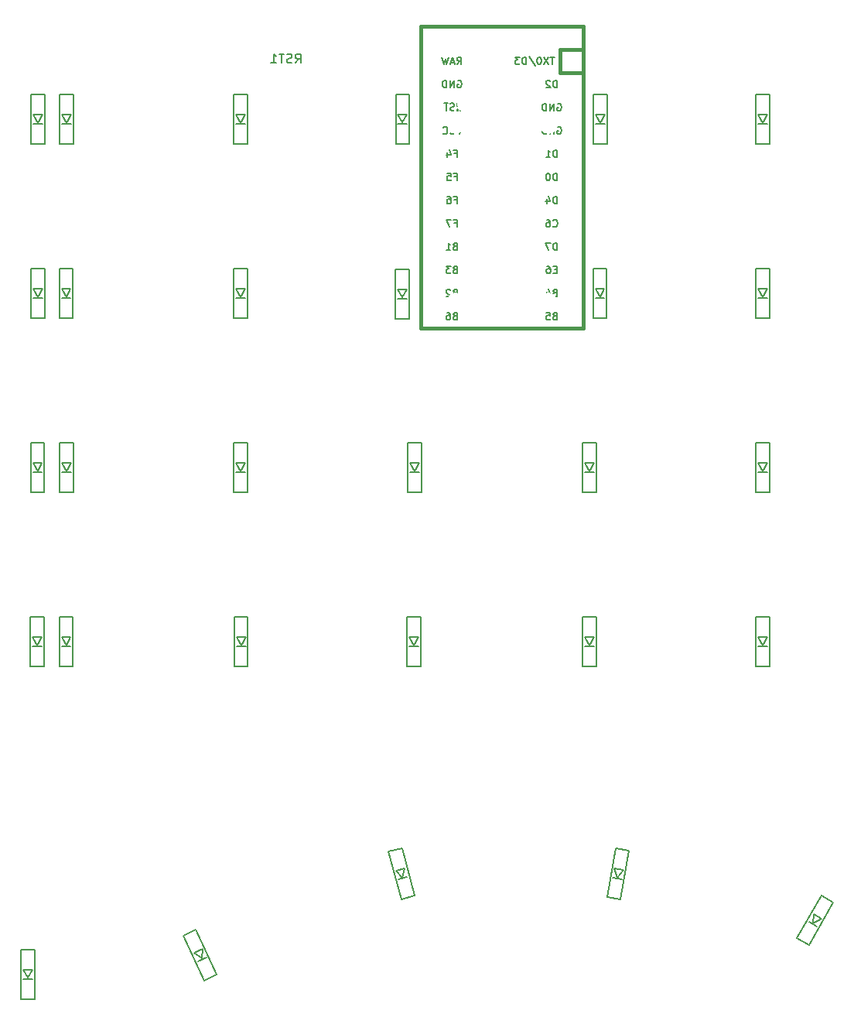
<source format=gbo>
%TF.GenerationSoftware,KiCad,Pcbnew,5.1.10-88a1d61d58~90~ubuntu20.04.1*%
%TF.CreationDate,2021-08-25T16:01:02+02:00*%
%TF.ProjectId,knuckle-pad,6b6e7563-6b6c-4652-9d70-61642e6b6963,rev?*%
%TF.SameCoordinates,Original*%
%TF.FileFunction,Legend,Bot*%
%TF.FilePolarity,Positive*%
%FSLAX46Y46*%
G04 Gerber Fmt 4.6, Leading zero omitted, Abs format (unit mm)*
G04 Created by KiCad (PCBNEW 5.1.10-88a1d61d58~90~ubuntu20.04.1) date 2021-08-25 16:01:02*
%MOMM*%
%LPD*%
G01*
G04 APERTURE LIST*
%ADD10C,0.381000*%
%ADD11C,0.150000*%
%ADD12C,2.250000*%
%ADD13C,3.987800*%
%ADD14C,1.750000*%
%ADD15C,4.000000*%
%ADD16C,1.752600*%
%ADD17R,1.752600X1.752600*%
%ADD18C,2.000000*%
%ADD19C,0.100000*%
%ADD20C,1.397000*%
%ADD21R,0.950000X1.300000*%
%ADD22R,1.397000X1.397000*%
G04 APERTURE END LIST*
D10*
%TO.C,U1*%
X159258000Y-35052000D02*
X161798000Y-35052000D01*
X161798000Y-32512000D02*
X161798000Y-35052000D01*
X144018000Y-32512000D02*
X161798000Y-32512000D01*
X144018000Y-35052000D02*
X144018000Y-32512000D01*
D11*
G36*
X147976432Y-41531360D02*
G01*
X147976432Y-41731360D01*
X148076432Y-41731360D01*
X148076432Y-41531360D01*
X147976432Y-41531360D01*
G37*
X147976432Y-41531360D02*
X147976432Y-41731360D01*
X148076432Y-41731360D01*
X148076432Y-41531360D01*
X147976432Y-41531360D01*
G36*
X148376432Y-40931360D02*
G01*
X148376432Y-41731360D01*
X148476432Y-41731360D01*
X148476432Y-40931360D01*
X148376432Y-40931360D01*
G37*
X148376432Y-40931360D02*
X148376432Y-41731360D01*
X148476432Y-41731360D01*
X148476432Y-40931360D01*
X148376432Y-40931360D01*
G36*
X147976432Y-40931360D02*
G01*
X147976432Y-41031360D01*
X148476432Y-41031360D01*
X148476432Y-40931360D01*
X147976432Y-40931360D01*
G37*
X147976432Y-40931360D02*
X147976432Y-41031360D01*
X148476432Y-41031360D01*
X148476432Y-40931360D01*
X147976432Y-40931360D01*
G36*
X148176432Y-41331360D02*
G01*
X148176432Y-41431360D01*
X148276432Y-41431360D01*
X148276432Y-41331360D01*
X148176432Y-41331360D01*
G37*
X148176432Y-41331360D02*
X148176432Y-41431360D01*
X148276432Y-41431360D01*
X148276432Y-41331360D01*
X148176432Y-41331360D01*
G36*
X147976432Y-40931360D02*
G01*
X147976432Y-41231360D01*
X148076432Y-41231360D01*
X148076432Y-40931360D01*
X147976432Y-40931360D01*
G37*
X147976432Y-40931360D02*
X147976432Y-41231360D01*
X148076432Y-41231360D01*
X148076432Y-40931360D01*
X147976432Y-40931360D01*
D10*
X159258000Y-37592000D02*
X161798000Y-37592000D01*
X159258000Y-35052000D02*
X159258000Y-37592000D01*
X144018000Y-65532000D02*
X144018000Y-35052000D01*
X161798000Y-65532000D02*
X144018000Y-65532000D01*
X161798000Y-35052000D02*
X161798000Y-65532000D01*
D11*
%TO.C,D29*%
X187898481Y-127588731D02*
X189197519Y-128338731D01*
X185198481Y-132265269D02*
X187898481Y-127588731D01*
X186497519Y-133015269D02*
X185198481Y-132265269D01*
X189197519Y-128338731D02*
X186497519Y-133015269D01*
X187381013Y-130985013D02*
X186514987Y-130485013D01*
X187014987Y-129618987D02*
X186998000Y-130648410D01*
X187881013Y-130118987D02*
X187014987Y-129618987D01*
X186998000Y-130648410D02*
X187881013Y-130118987D01*
%TO.C,D28*%
X180682200Y-97122000D02*
X182182200Y-97122000D01*
X180682200Y-102522000D02*
X180682200Y-97122000D01*
X182182200Y-102522000D02*
X180682200Y-102522000D01*
X182182200Y-97122000D02*
X182182200Y-102522000D01*
X181932200Y-100322000D02*
X180932200Y-100322000D01*
X180932200Y-99322000D02*
X181432200Y-100222000D01*
X181932200Y-99322000D02*
X180932200Y-99322000D01*
X181432200Y-100222000D02*
X181932200Y-99322000D01*
%TO.C,D27*%
X180733000Y-78078000D02*
X182233000Y-78078000D01*
X180733000Y-83478000D02*
X180733000Y-78078000D01*
X182233000Y-83478000D02*
X180733000Y-83478000D01*
X182233000Y-78078000D02*
X182233000Y-83478000D01*
X181983000Y-81278000D02*
X180983000Y-81278000D01*
X180983000Y-80278000D02*
X181483000Y-81178000D01*
X181983000Y-80278000D02*
X180983000Y-80278000D01*
X181483000Y-81178000D02*
X181983000Y-80278000D01*
%TO.C,D26*%
X180733000Y-59022000D02*
X182233000Y-59022000D01*
X180733000Y-64422000D02*
X180733000Y-59022000D01*
X182233000Y-64422000D02*
X180733000Y-64422000D01*
X182233000Y-59022000D02*
X182233000Y-64422000D01*
X181983000Y-62222000D02*
X180983000Y-62222000D01*
X180983000Y-61222000D02*
X181483000Y-62122000D01*
X181983000Y-61222000D02*
X180983000Y-61222000D01*
X181483000Y-62122000D02*
X181983000Y-61222000D01*
%TO.C,D25*%
X180733000Y-39972000D02*
X182233000Y-39972000D01*
X180733000Y-45372000D02*
X180733000Y-39972000D01*
X182233000Y-45372000D02*
X180733000Y-45372000D01*
X182233000Y-39972000D02*
X182233000Y-45372000D01*
X181983000Y-43172000D02*
X180983000Y-43172000D01*
X180983000Y-42172000D02*
X181483000Y-43072000D01*
X181983000Y-42172000D02*
X180983000Y-42172000D01*
X181483000Y-43072000D02*
X181983000Y-42172000D01*
%TO.C,D24*%
X165338244Y-122432783D02*
X166815456Y-122693255D01*
X164400544Y-127750745D02*
X165338244Y-122432783D01*
X165877756Y-128011217D02*
X164400544Y-127750745D01*
X166815456Y-122693255D02*
X165877756Y-128011217D01*
X166013580Y-125801228D02*
X165028772Y-125627580D01*
X165202420Y-124642772D02*
X165538541Y-125615923D01*
X166187228Y-124816420D02*
X165202420Y-124642772D01*
X165538541Y-125615923D02*
X166187228Y-124816420D01*
%TO.C,D23*%
X161759200Y-97125000D02*
X163259200Y-97125000D01*
X161759200Y-102525000D02*
X161759200Y-97125000D01*
X163259200Y-102525000D02*
X161759200Y-102525000D01*
X163259200Y-97125000D02*
X163259200Y-102525000D01*
X163009200Y-100325000D02*
X162009200Y-100325000D01*
X162009200Y-99325000D02*
X162509200Y-100225000D01*
X163009200Y-99325000D02*
X162009200Y-99325000D01*
X162509200Y-100225000D02*
X163009200Y-99325000D01*
%TO.C,D22*%
X161759200Y-78078000D02*
X163259200Y-78078000D01*
X161759200Y-83478000D02*
X161759200Y-78078000D01*
X163259200Y-83478000D02*
X161759200Y-83478000D01*
X163259200Y-78078000D02*
X163259200Y-83478000D01*
X163009200Y-81278000D02*
X162009200Y-81278000D01*
X162009200Y-80278000D02*
X162509200Y-81178000D01*
X163009200Y-80278000D02*
X162009200Y-80278000D01*
X162509200Y-81178000D02*
X163009200Y-80278000D01*
%TO.C,D21*%
X162889500Y-59022000D02*
X164389500Y-59022000D01*
X162889500Y-64422000D02*
X162889500Y-59022000D01*
X164389500Y-64422000D02*
X162889500Y-64422000D01*
X164389500Y-59022000D02*
X164389500Y-64422000D01*
X164139500Y-62222000D02*
X163139500Y-62222000D01*
X163139500Y-61222000D02*
X163639500Y-62122000D01*
X164139500Y-61222000D02*
X163139500Y-61222000D01*
X163639500Y-62122000D02*
X164139500Y-61222000D01*
%TO.C,D20*%
X162953000Y-39972000D02*
X164453000Y-39972000D01*
X162953000Y-45372000D02*
X162953000Y-39972000D01*
X164453000Y-45372000D02*
X162953000Y-45372000D01*
X164453000Y-39972000D02*
X164453000Y-45372000D01*
X164203000Y-43172000D02*
X163203000Y-43172000D01*
X163203000Y-42172000D02*
X163703000Y-43072000D01*
X164203000Y-42172000D02*
X163203000Y-42172000D01*
X163703000Y-43072000D02*
X164203000Y-42172000D01*
%TO.C,D19*%
X140514148Y-122808115D02*
X141963037Y-122419886D01*
X141911771Y-128024114D02*
X140514148Y-122808115D01*
X143360660Y-127635885D02*
X141911771Y-128024114D01*
X141963037Y-122419886D02*
X143360660Y-127635885D01*
X142549776Y-125575553D02*
X141583851Y-125834372D01*
X141325032Y-124868447D02*
X142040932Y-125608370D01*
X142290957Y-124609628D02*
X141325032Y-124868447D01*
X142040932Y-125608370D02*
X142290957Y-124609628D01*
%TO.C,D18*%
X142506000Y-97125000D02*
X144006000Y-97125000D01*
X142506000Y-102525000D02*
X142506000Y-97125000D01*
X144006000Y-102525000D02*
X142506000Y-102525000D01*
X144006000Y-97125000D02*
X144006000Y-102525000D01*
X143756000Y-100325000D02*
X142756000Y-100325000D01*
X142756000Y-99325000D02*
X143256000Y-100225000D01*
X143756000Y-99325000D02*
X142756000Y-99325000D01*
X143256000Y-100225000D02*
X143756000Y-99325000D01*
%TO.C,D17*%
X142633000Y-78078000D02*
X144133000Y-78078000D01*
X142633000Y-83478000D02*
X142633000Y-78078000D01*
X144133000Y-83478000D02*
X142633000Y-83478000D01*
X144133000Y-78078000D02*
X144133000Y-83478000D01*
X143883000Y-81278000D02*
X142883000Y-81278000D01*
X142883000Y-80278000D02*
X143383000Y-81178000D01*
X143883000Y-80278000D02*
X142883000Y-80278000D01*
X143383000Y-81178000D02*
X143883000Y-80278000D01*
%TO.C,D16*%
X141236000Y-59085500D02*
X142736000Y-59085500D01*
X141236000Y-64485500D02*
X141236000Y-59085500D01*
X142736000Y-64485500D02*
X141236000Y-64485500D01*
X142736000Y-59085500D02*
X142736000Y-64485500D01*
X142486000Y-62285500D02*
X141486000Y-62285500D01*
X141486000Y-61285500D02*
X141986000Y-62185500D01*
X142486000Y-61285500D02*
X141486000Y-61285500D01*
X141986000Y-62185500D02*
X142486000Y-61285500D01*
%TO.C,D15*%
X141286800Y-39949600D02*
X142786800Y-39949600D01*
X141286800Y-45349600D02*
X141286800Y-39949600D01*
X142786800Y-45349600D02*
X141286800Y-45349600D01*
X142786800Y-39949600D02*
X142786800Y-45349600D01*
X142536800Y-43149600D02*
X141536800Y-43149600D01*
X141536800Y-42149600D02*
X142036800Y-43049600D01*
X142536800Y-42149600D02*
X141536800Y-42149600D01*
X142036800Y-43049600D02*
X142536800Y-42149600D01*
%TO.C,D14*%
X118067200Y-131981933D02*
X119426662Y-131348005D01*
X120349338Y-136875995D02*
X118067200Y-131981933D01*
X121708800Y-136242067D02*
X120349338Y-136875995D01*
X119426662Y-131348005D02*
X121708800Y-136242067D01*
X120552463Y-134353845D02*
X119646155Y-134776463D01*
X119223537Y-133870155D02*
X120057047Y-134474523D01*
X120129845Y-133447537D02*
X119223537Y-133870155D01*
X120057047Y-134474523D02*
X120129845Y-133447537D01*
%TO.C,D13*%
X123608400Y-97122000D02*
X125108400Y-97122000D01*
X123608400Y-102522000D02*
X123608400Y-97122000D01*
X125108400Y-102522000D02*
X123608400Y-102522000D01*
X125108400Y-97122000D02*
X125108400Y-102522000D01*
X124858400Y-100322000D02*
X123858400Y-100322000D01*
X123858400Y-99322000D02*
X124358400Y-100222000D01*
X124858400Y-99322000D02*
X123858400Y-99322000D01*
X124358400Y-100222000D02*
X124858400Y-99322000D01*
%TO.C,D12*%
X123583000Y-78078000D02*
X125083000Y-78078000D01*
X123583000Y-83478000D02*
X123583000Y-78078000D01*
X125083000Y-83478000D02*
X123583000Y-83478000D01*
X125083000Y-78078000D02*
X125083000Y-83478000D01*
X124833000Y-81278000D02*
X123833000Y-81278000D01*
X123833000Y-80278000D02*
X124333000Y-81178000D01*
X124833000Y-80278000D02*
X123833000Y-80278000D01*
X124333000Y-81178000D02*
X124833000Y-80278000D01*
%TO.C,D11*%
X123583000Y-59022000D02*
X125083000Y-59022000D01*
X123583000Y-64422000D02*
X123583000Y-59022000D01*
X125083000Y-64422000D02*
X123583000Y-64422000D01*
X125083000Y-59022000D02*
X125083000Y-64422000D01*
X124833000Y-62222000D02*
X123833000Y-62222000D01*
X123833000Y-61222000D02*
X124333000Y-62122000D01*
X124833000Y-61222000D02*
X123833000Y-61222000D01*
X124333000Y-62122000D02*
X124833000Y-61222000D01*
%TO.C,D10*%
X123557600Y-39972000D02*
X125057600Y-39972000D01*
X123557600Y-45372000D02*
X123557600Y-39972000D01*
X125057600Y-45372000D02*
X123557600Y-45372000D01*
X125057600Y-39972000D02*
X125057600Y-45372000D01*
X124807600Y-43172000D02*
X123807600Y-43172000D01*
X123807600Y-42172000D02*
X124307600Y-43072000D01*
X124807600Y-42172000D02*
X123807600Y-42172000D01*
X124307600Y-43072000D02*
X124807600Y-42172000D01*
%TO.C,D9*%
X104469500Y-97128000D02*
X105969500Y-97128000D01*
X104469500Y-102528000D02*
X104469500Y-97128000D01*
X105969500Y-102528000D02*
X104469500Y-102528000D01*
X105969500Y-97128000D02*
X105969500Y-102528000D01*
X105719500Y-100328000D02*
X104719500Y-100328000D01*
X104719500Y-99328000D02*
X105219500Y-100228000D01*
X105719500Y-99328000D02*
X104719500Y-99328000D01*
X105219500Y-100228000D02*
X105719500Y-99328000D01*
%TO.C,D8*%
X104533000Y-78078000D02*
X106033000Y-78078000D01*
X104533000Y-83478000D02*
X104533000Y-78078000D01*
X106033000Y-83478000D02*
X104533000Y-83478000D01*
X106033000Y-78078000D02*
X106033000Y-83478000D01*
X105783000Y-81278000D02*
X104783000Y-81278000D01*
X104783000Y-80278000D02*
X105283000Y-81178000D01*
X105783000Y-80278000D02*
X104783000Y-80278000D01*
X105283000Y-81178000D02*
X105783000Y-80278000D01*
%TO.C,D7*%
X104469500Y-59022000D02*
X105969500Y-59022000D01*
X104469500Y-64422000D02*
X104469500Y-59022000D01*
X105969500Y-64422000D02*
X104469500Y-64422000D01*
X105969500Y-59022000D02*
X105969500Y-64422000D01*
X105719500Y-62222000D02*
X104719500Y-62222000D01*
X104719500Y-61222000D02*
X105219500Y-62122000D01*
X105719500Y-61222000D02*
X104719500Y-61222000D01*
X105219500Y-62122000D02*
X105719500Y-61222000D01*
%TO.C,D6*%
X104507600Y-39972000D02*
X106007600Y-39972000D01*
X104507600Y-45372000D02*
X104507600Y-39972000D01*
X106007600Y-45372000D02*
X104507600Y-45372000D01*
X106007600Y-39972000D02*
X106007600Y-45372000D01*
X105757600Y-43172000D02*
X104757600Y-43172000D01*
X104757600Y-42172000D02*
X105257600Y-43072000D01*
X105757600Y-42172000D02*
X104757600Y-42172000D01*
X105257600Y-43072000D02*
X105757600Y-42172000D01*
%TO.C,D5*%
X100278500Y-133507500D02*
X101778500Y-133507500D01*
X100278500Y-138907500D02*
X100278500Y-133507500D01*
X101778500Y-138907500D02*
X100278500Y-138907500D01*
X101778500Y-133507500D02*
X101778500Y-138907500D01*
X101528500Y-136707500D02*
X100528500Y-136707500D01*
X100528500Y-135707500D02*
X101028500Y-136607500D01*
X101528500Y-135707500D02*
X100528500Y-135707500D01*
X101028500Y-136607500D02*
X101528500Y-135707500D01*
%TO.C,D4*%
X101281800Y-97122000D02*
X102781800Y-97122000D01*
X101281800Y-102522000D02*
X101281800Y-97122000D01*
X102781800Y-102522000D02*
X101281800Y-102522000D01*
X102781800Y-97122000D02*
X102781800Y-102522000D01*
X102531800Y-100322000D02*
X101531800Y-100322000D01*
X101531800Y-99322000D02*
X102031800Y-100222000D01*
X102531800Y-99322000D02*
X101531800Y-99322000D01*
X102031800Y-100222000D02*
X102531800Y-99322000D01*
%TO.C,D3*%
X101332600Y-78072000D02*
X102832600Y-78072000D01*
X101332600Y-83472000D02*
X101332600Y-78072000D01*
X102832600Y-83472000D02*
X101332600Y-83472000D01*
X102832600Y-78072000D02*
X102832600Y-83472000D01*
X102582600Y-81272000D02*
X101582600Y-81272000D01*
X101582600Y-80272000D02*
X102082600Y-81172000D01*
X102582600Y-80272000D02*
X101582600Y-80272000D01*
X102082600Y-81172000D02*
X102582600Y-80272000D01*
%TO.C,D2*%
X101358000Y-59022000D02*
X102858000Y-59022000D01*
X101358000Y-64422000D02*
X101358000Y-59022000D01*
X102858000Y-64422000D02*
X101358000Y-64422000D01*
X102858000Y-59022000D02*
X102858000Y-64422000D01*
X102608000Y-62222000D02*
X101608000Y-62222000D01*
X101608000Y-61222000D02*
X102108000Y-62122000D01*
X102608000Y-61222000D02*
X101608000Y-61222000D01*
X102108000Y-62122000D02*
X102608000Y-61222000D01*
%TO.C,D1*%
X102108000Y-43072000D02*
X102608000Y-42172000D01*
X102608000Y-42172000D02*
X101608000Y-42172000D01*
X101608000Y-42172000D02*
X102108000Y-43072000D01*
X102608000Y-43172000D02*
X101608000Y-43172000D01*
X102858000Y-39972000D02*
X102858000Y-45372000D01*
X102858000Y-45372000D02*
X101358000Y-45372000D01*
X101358000Y-45372000D02*
X101358000Y-39972000D01*
X101358000Y-39972000D02*
X102858000Y-39972000D01*
%TO.C,U1*%
X158670348Y-35883904D02*
X158213205Y-35883904D01*
X158441776Y-36683904D02*
X158441776Y-35883904D01*
X158022729Y-35883904D02*
X157489395Y-36683904D01*
X157489395Y-35883904D02*
X158022729Y-36683904D01*
X157032252Y-35883904D02*
X156956062Y-35883904D01*
X156879872Y-35922000D01*
X156841776Y-35960095D01*
X156803681Y-36036285D01*
X156765586Y-36188666D01*
X156765586Y-36379142D01*
X156803681Y-36531523D01*
X156841776Y-36607714D01*
X156879872Y-36645809D01*
X156956062Y-36683904D01*
X157032252Y-36683904D01*
X157108443Y-36645809D01*
X157146538Y-36607714D01*
X157184633Y-36531523D01*
X157222729Y-36379142D01*
X157222729Y-36188666D01*
X157184633Y-36036285D01*
X157146538Y-35960095D01*
X157108443Y-35922000D01*
X157032252Y-35883904D01*
X155851300Y-35845809D02*
X156537014Y-36874380D01*
X155584633Y-36683904D02*
X155584633Y-35883904D01*
X155394157Y-35883904D01*
X155279872Y-35922000D01*
X155203681Y-35998190D01*
X155165586Y-36074380D01*
X155127491Y-36226761D01*
X155127491Y-36341047D01*
X155165586Y-36493428D01*
X155203681Y-36569619D01*
X155279872Y-36645809D01*
X155394157Y-36683904D01*
X155584633Y-36683904D01*
X154860824Y-35883904D02*
X154365586Y-35883904D01*
X154632252Y-36188666D01*
X154517967Y-36188666D01*
X154441776Y-36226761D01*
X154403681Y-36264857D01*
X154365586Y-36341047D01*
X154365586Y-36531523D01*
X154403681Y-36607714D01*
X154441776Y-36645809D01*
X154517967Y-36683904D01*
X154746538Y-36683904D01*
X154822729Y-36645809D01*
X154860824Y-36607714D01*
X158959476Y-39223904D02*
X158959476Y-38423904D01*
X158769000Y-38423904D01*
X158654714Y-38462000D01*
X158578523Y-38538190D01*
X158540428Y-38614380D01*
X158502333Y-38766761D01*
X158502333Y-38881047D01*
X158540428Y-39033428D01*
X158578523Y-39109619D01*
X158654714Y-39185809D01*
X158769000Y-39223904D01*
X158959476Y-39223904D01*
X158197571Y-38500095D02*
X158159476Y-38462000D01*
X158083285Y-38423904D01*
X157892809Y-38423904D01*
X157816619Y-38462000D01*
X157778523Y-38500095D01*
X157740428Y-38576285D01*
X157740428Y-38652476D01*
X157778523Y-38766761D01*
X158235666Y-39223904D01*
X157740428Y-39223904D01*
X158959476Y-49383904D02*
X158959476Y-48583904D01*
X158769000Y-48583904D01*
X158654714Y-48622000D01*
X158578523Y-48698190D01*
X158540428Y-48774380D01*
X158502333Y-48926761D01*
X158502333Y-49041047D01*
X158540428Y-49193428D01*
X158578523Y-49269619D01*
X158654714Y-49345809D01*
X158769000Y-49383904D01*
X158959476Y-49383904D01*
X158007095Y-48583904D02*
X157930904Y-48583904D01*
X157854714Y-48622000D01*
X157816619Y-48660095D01*
X157778523Y-48736285D01*
X157740428Y-48888666D01*
X157740428Y-49079142D01*
X157778523Y-49231523D01*
X157816619Y-49307714D01*
X157854714Y-49345809D01*
X157930904Y-49383904D01*
X158007095Y-49383904D01*
X158083285Y-49345809D01*
X158121380Y-49307714D01*
X158159476Y-49231523D01*
X158197571Y-49079142D01*
X158197571Y-48888666D01*
X158159476Y-48736285D01*
X158121380Y-48660095D01*
X158083285Y-48622000D01*
X158007095Y-48583904D01*
X158959476Y-46843904D02*
X158959476Y-46043904D01*
X158769000Y-46043904D01*
X158654714Y-46082000D01*
X158578523Y-46158190D01*
X158540428Y-46234380D01*
X158502333Y-46386761D01*
X158502333Y-46501047D01*
X158540428Y-46653428D01*
X158578523Y-46729619D01*
X158654714Y-46805809D01*
X158769000Y-46843904D01*
X158959476Y-46843904D01*
X157740428Y-46843904D02*
X158197571Y-46843904D01*
X157969000Y-46843904D02*
X157969000Y-46043904D01*
X158045190Y-46158190D01*
X158121380Y-46234380D01*
X158197571Y-46272476D01*
X158978523Y-43542000D02*
X159054714Y-43503904D01*
X159169000Y-43503904D01*
X159283285Y-43542000D01*
X159359476Y-43618190D01*
X159397571Y-43694380D01*
X159435666Y-43846761D01*
X159435666Y-43961047D01*
X159397571Y-44113428D01*
X159359476Y-44189619D01*
X159283285Y-44265809D01*
X159169000Y-44303904D01*
X159092809Y-44303904D01*
X158978523Y-44265809D01*
X158940428Y-44227714D01*
X158940428Y-43961047D01*
X159092809Y-43961047D01*
X158597571Y-44303904D02*
X158597571Y-43503904D01*
X158140428Y-44303904D01*
X158140428Y-43503904D01*
X157759476Y-44303904D02*
X157759476Y-43503904D01*
X157569000Y-43503904D01*
X157454714Y-43542000D01*
X157378523Y-43618190D01*
X157340428Y-43694380D01*
X157302333Y-43846761D01*
X157302333Y-43961047D01*
X157340428Y-44113428D01*
X157378523Y-44189619D01*
X157454714Y-44265809D01*
X157569000Y-44303904D01*
X157759476Y-44303904D01*
X158978523Y-41002000D02*
X159054714Y-40963904D01*
X159169000Y-40963904D01*
X159283285Y-41002000D01*
X159359476Y-41078190D01*
X159397571Y-41154380D01*
X159435666Y-41306761D01*
X159435666Y-41421047D01*
X159397571Y-41573428D01*
X159359476Y-41649619D01*
X159283285Y-41725809D01*
X159169000Y-41763904D01*
X159092809Y-41763904D01*
X158978523Y-41725809D01*
X158940428Y-41687714D01*
X158940428Y-41421047D01*
X159092809Y-41421047D01*
X158597571Y-41763904D02*
X158597571Y-40963904D01*
X158140428Y-41763904D01*
X158140428Y-40963904D01*
X157759476Y-41763904D02*
X157759476Y-40963904D01*
X157569000Y-40963904D01*
X157454714Y-41002000D01*
X157378523Y-41078190D01*
X157340428Y-41154380D01*
X157302333Y-41306761D01*
X157302333Y-41421047D01*
X157340428Y-41573428D01*
X157378523Y-41649619D01*
X157454714Y-41725809D01*
X157569000Y-41763904D01*
X157759476Y-41763904D01*
X158959476Y-51923904D02*
X158959476Y-51123904D01*
X158769000Y-51123904D01*
X158654714Y-51162000D01*
X158578523Y-51238190D01*
X158540428Y-51314380D01*
X158502333Y-51466761D01*
X158502333Y-51581047D01*
X158540428Y-51733428D01*
X158578523Y-51809619D01*
X158654714Y-51885809D01*
X158769000Y-51923904D01*
X158959476Y-51923904D01*
X157816619Y-51390571D02*
X157816619Y-51923904D01*
X158007095Y-51085809D02*
X158197571Y-51657238D01*
X157702333Y-51657238D01*
X158502333Y-54387714D02*
X158540428Y-54425809D01*
X158654714Y-54463904D01*
X158730904Y-54463904D01*
X158845190Y-54425809D01*
X158921380Y-54349619D01*
X158959476Y-54273428D01*
X158997571Y-54121047D01*
X158997571Y-54006761D01*
X158959476Y-53854380D01*
X158921380Y-53778190D01*
X158845190Y-53702000D01*
X158730904Y-53663904D01*
X158654714Y-53663904D01*
X158540428Y-53702000D01*
X158502333Y-53740095D01*
X157816619Y-53663904D02*
X157969000Y-53663904D01*
X158045190Y-53702000D01*
X158083285Y-53740095D01*
X158159476Y-53854380D01*
X158197571Y-54006761D01*
X158197571Y-54311523D01*
X158159476Y-54387714D01*
X158121380Y-54425809D01*
X158045190Y-54463904D01*
X157892809Y-54463904D01*
X157816619Y-54425809D01*
X157778523Y-54387714D01*
X157740428Y-54311523D01*
X157740428Y-54121047D01*
X157778523Y-54044857D01*
X157816619Y-54006761D01*
X157892809Y-53968666D01*
X158045190Y-53968666D01*
X158121380Y-54006761D01*
X158159476Y-54044857D01*
X158197571Y-54121047D01*
X158959476Y-57003904D02*
X158959476Y-56203904D01*
X158769000Y-56203904D01*
X158654714Y-56242000D01*
X158578523Y-56318190D01*
X158540428Y-56394380D01*
X158502333Y-56546761D01*
X158502333Y-56661047D01*
X158540428Y-56813428D01*
X158578523Y-56889619D01*
X158654714Y-56965809D01*
X158769000Y-57003904D01*
X158959476Y-57003904D01*
X158235666Y-56203904D02*
X157702333Y-56203904D01*
X158045190Y-57003904D01*
X158921380Y-59124857D02*
X158654714Y-59124857D01*
X158540428Y-59543904D02*
X158921380Y-59543904D01*
X158921380Y-58743904D01*
X158540428Y-58743904D01*
X157854714Y-58743904D02*
X158007095Y-58743904D01*
X158083285Y-58782000D01*
X158121380Y-58820095D01*
X158197571Y-58934380D01*
X158235666Y-59086761D01*
X158235666Y-59391523D01*
X158197571Y-59467714D01*
X158159476Y-59505809D01*
X158083285Y-59543904D01*
X157930904Y-59543904D01*
X157854714Y-59505809D01*
X157816619Y-59467714D01*
X157778523Y-59391523D01*
X157778523Y-59201047D01*
X157816619Y-59124857D01*
X157854714Y-59086761D01*
X157930904Y-59048666D01*
X158083285Y-59048666D01*
X158159476Y-59086761D01*
X158197571Y-59124857D01*
X158235666Y-59201047D01*
X158692809Y-61664857D02*
X158578523Y-61702952D01*
X158540428Y-61741047D01*
X158502333Y-61817238D01*
X158502333Y-61931523D01*
X158540428Y-62007714D01*
X158578523Y-62045809D01*
X158654714Y-62083904D01*
X158959476Y-62083904D01*
X158959476Y-61283904D01*
X158692809Y-61283904D01*
X158616619Y-61322000D01*
X158578523Y-61360095D01*
X158540428Y-61436285D01*
X158540428Y-61512476D01*
X158578523Y-61588666D01*
X158616619Y-61626761D01*
X158692809Y-61664857D01*
X158959476Y-61664857D01*
X157816619Y-61550571D02*
X157816619Y-62083904D01*
X158007095Y-61245809D02*
X158197571Y-61817238D01*
X157702333Y-61817238D01*
X158692809Y-64204857D02*
X158578523Y-64242952D01*
X158540428Y-64281047D01*
X158502333Y-64357238D01*
X158502333Y-64471523D01*
X158540428Y-64547714D01*
X158578523Y-64585809D01*
X158654714Y-64623904D01*
X158959476Y-64623904D01*
X158959476Y-63823904D01*
X158692809Y-63823904D01*
X158616619Y-63862000D01*
X158578523Y-63900095D01*
X158540428Y-63976285D01*
X158540428Y-64052476D01*
X158578523Y-64128666D01*
X158616619Y-64166761D01*
X158692809Y-64204857D01*
X158959476Y-64204857D01*
X157778523Y-63823904D02*
X158159476Y-63823904D01*
X158197571Y-64204857D01*
X158159476Y-64166761D01*
X158083285Y-64128666D01*
X157892809Y-64128666D01*
X157816619Y-64166761D01*
X157778523Y-64204857D01*
X157740428Y-64281047D01*
X157740428Y-64471523D01*
X157778523Y-64547714D01*
X157816619Y-64585809D01*
X157892809Y-64623904D01*
X158083285Y-64623904D01*
X158159476Y-64585809D01*
X158197571Y-64547714D01*
X147770809Y-64204857D02*
X147656523Y-64242952D01*
X147618428Y-64281047D01*
X147580333Y-64357238D01*
X147580333Y-64471523D01*
X147618428Y-64547714D01*
X147656523Y-64585809D01*
X147732714Y-64623904D01*
X148037476Y-64623904D01*
X148037476Y-63823904D01*
X147770809Y-63823904D01*
X147694619Y-63862000D01*
X147656523Y-63900095D01*
X147618428Y-63976285D01*
X147618428Y-64052476D01*
X147656523Y-64128666D01*
X147694619Y-64166761D01*
X147770809Y-64204857D01*
X148037476Y-64204857D01*
X146894619Y-63823904D02*
X147047000Y-63823904D01*
X147123190Y-63862000D01*
X147161285Y-63900095D01*
X147237476Y-64014380D01*
X147275571Y-64166761D01*
X147275571Y-64471523D01*
X147237476Y-64547714D01*
X147199380Y-64585809D01*
X147123190Y-64623904D01*
X146970809Y-64623904D01*
X146894619Y-64585809D01*
X146856523Y-64547714D01*
X146818428Y-64471523D01*
X146818428Y-64281047D01*
X146856523Y-64204857D01*
X146894619Y-64166761D01*
X146970809Y-64128666D01*
X147123190Y-64128666D01*
X147199380Y-64166761D01*
X147237476Y-64204857D01*
X147275571Y-64281047D01*
X147770809Y-59124857D02*
X147656523Y-59162952D01*
X147618428Y-59201047D01*
X147580333Y-59277238D01*
X147580333Y-59391523D01*
X147618428Y-59467714D01*
X147656523Y-59505809D01*
X147732714Y-59543904D01*
X148037476Y-59543904D01*
X148037476Y-58743904D01*
X147770809Y-58743904D01*
X147694619Y-58782000D01*
X147656523Y-58820095D01*
X147618428Y-58896285D01*
X147618428Y-58972476D01*
X147656523Y-59048666D01*
X147694619Y-59086761D01*
X147770809Y-59124857D01*
X148037476Y-59124857D01*
X147313666Y-58743904D02*
X146818428Y-58743904D01*
X147085095Y-59048666D01*
X146970809Y-59048666D01*
X146894619Y-59086761D01*
X146856523Y-59124857D01*
X146818428Y-59201047D01*
X146818428Y-59391523D01*
X146856523Y-59467714D01*
X146894619Y-59505809D01*
X146970809Y-59543904D01*
X147199380Y-59543904D01*
X147275571Y-59505809D01*
X147313666Y-59467714D01*
X147770809Y-56584857D02*
X147656523Y-56622952D01*
X147618428Y-56661047D01*
X147580333Y-56737238D01*
X147580333Y-56851523D01*
X147618428Y-56927714D01*
X147656523Y-56965809D01*
X147732714Y-57003904D01*
X148037476Y-57003904D01*
X148037476Y-56203904D01*
X147770809Y-56203904D01*
X147694619Y-56242000D01*
X147656523Y-56280095D01*
X147618428Y-56356285D01*
X147618428Y-56432476D01*
X147656523Y-56508666D01*
X147694619Y-56546761D01*
X147770809Y-56584857D01*
X148037476Y-56584857D01*
X146818428Y-57003904D02*
X147275571Y-57003904D01*
X147047000Y-57003904D02*
X147047000Y-56203904D01*
X147123190Y-56318190D01*
X147199380Y-56394380D01*
X147275571Y-56432476D01*
X147713666Y-46424857D02*
X147980333Y-46424857D01*
X147980333Y-46843904D02*
X147980333Y-46043904D01*
X147599380Y-46043904D01*
X146951761Y-46310571D02*
X146951761Y-46843904D01*
X147142238Y-46005809D02*
X147332714Y-46577238D01*
X146837476Y-46577238D01*
X148513666Y-43503904D02*
X148247000Y-44303904D01*
X147980333Y-43503904D01*
X147256523Y-44227714D02*
X147294619Y-44265809D01*
X147408904Y-44303904D01*
X147485095Y-44303904D01*
X147599380Y-44265809D01*
X147675571Y-44189619D01*
X147713666Y-44113428D01*
X147751761Y-43961047D01*
X147751761Y-43846761D01*
X147713666Y-43694380D01*
X147675571Y-43618190D01*
X147599380Y-43542000D01*
X147485095Y-43503904D01*
X147408904Y-43503904D01*
X147294619Y-43542000D01*
X147256523Y-43580095D01*
X146456523Y-44227714D02*
X146494619Y-44265809D01*
X146608904Y-44303904D01*
X146685095Y-44303904D01*
X146799380Y-44265809D01*
X146875571Y-44189619D01*
X146913666Y-44113428D01*
X146951761Y-43961047D01*
X146951761Y-43846761D01*
X146913666Y-43694380D01*
X146875571Y-43618190D01*
X146799380Y-43542000D01*
X146685095Y-43503904D01*
X146608904Y-43503904D01*
X146494619Y-43542000D01*
X146456523Y-43580095D01*
X147708213Y-41695809D02*
X147593927Y-41733904D01*
X147403451Y-41733904D01*
X147327260Y-41695809D01*
X147289165Y-41657714D01*
X147251070Y-41581523D01*
X147251070Y-41505333D01*
X147289165Y-41429142D01*
X147327260Y-41391047D01*
X147403451Y-41352952D01*
X147555832Y-41314857D01*
X147632022Y-41276761D01*
X147670118Y-41238666D01*
X147708213Y-41162476D01*
X147708213Y-41086285D01*
X147670118Y-41010095D01*
X147632022Y-40972000D01*
X147555832Y-40933904D01*
X147365356Y-40933904D01*
X147251070Y-40972000D01*
X147022499Y-40933904D02*
X146565356Y-40933904D01*
X146793927Y-41733904D02*
X146793927Y-40933904D01*
X148056523Y-38462000D02*
X148132714Y-38423904D01*
X148247000Y-38423904D01*
X148361285Y-38462000D01*
X148437476Y-38538190D01*
X148475571Y-38614380D01*
X148513666Y-38766761D01*
X148513666Y-38881047D01*
X148475571Y-39033428D01*
X148437476Y-39109619D01*
X148361285Y-39185809D01*
X148247000Y-39223904D01*
X148170809Y-39223904D01*
X148056523Y-39185809D01*
X148018428Y-39147714D01*
X148018428Y-38881047D01*
X148170809Y-38881047D01*
X147675571Y-39223904D02*
X147675571Y-38423904D01*
X147218428Y-39223904D01*
X147218428Y-38423904D01*
X146837476Y-39223904D02*
X146837476Y-38423904D01*
X146647000Y-38423904D01*
X146532714Y-38462000D01*
X146456523Y-38538190D01*
X146418428Y-38614380D01*
X146380333Y-38766761D01*
X146380333Y-38881047D01*
X146418428Y-39033428D01*
X146456523Y-39109619D01*
X146532714Y-39185809D01*
X146647000Y-39223904D01*
X146837476Y-39223904D01*
X147999380Y-36683904D02*
X148266047Y-36302952D01*
X148456523Y-36683904D02*
X148456523Y-35883904D01*
X148151761Y-35883904D01*
X148075571Y-35922000D01*
X148037476Y-35960095D01*
X147999380Y-36036285D01*
X147999380Y-36150571D01*
X148037476Y-36226761D01*
X148075571Y-36264857D01*
X148151761Y-36302952D01*
X148456523Y-36302952D01*
X147694619Y-36455333D02*
X147313666Y-36455333D01*
X147770809Y-36683904D02*
X147504142Y-35883904D01*
X147237476Y-36683904D01*
X147047000Y-35883904D02*
X146856523Y-36683904D01*
X146704142Y-36112476D01*
X146551761Y-36683904D01*
X146361285Y-35883904D01*
X147713666Y-48964857D02*
X147980333Y-48964857D01*
X147980333Y-49383904D02*
X147980333Y-48583904D01*
X147599380Y-48583904D01*
X146913666Y-48583904D02*
X147294619Y-48583904D01*
X147332714Y-48964857D01*
X147294619Y-48926761D01*
X147218428Y-48888666D01*
X147027952Y-48888666D01*
X146951761Y-48926761D01*
X146913666Y-48964857D01*
X146875571Y-49041047D01*
X146875571Y-49231523D01*
X146913666Y-49307714D01*
X146951761Y-49345809D01*
X147027952Y-49383904D01*
X147218428Y-49383904D01*
X147294619Y-49345809D01*
X147332714Y-49307714D01*
X147713666Y-51504857D02*
X147980333Y-51504857D01*
X147980333Y-51923904D02*
X147980333Y-51123904D01*
X147599380Y-51123904D01*
X146951761Y-51123904D02*
X147104142Y-51123904D01*
X147180333Y-51162000D01*
X147218428Y-51200095D01*
X147294619Y-51314380D01*
X147332714Y-51466761D01*
X147332714Y-51771523D01*
X147294619Y-51847714D01*
X147256523Y-51885809D01*
X147180333Y-51923904D01*
X147027952Y-51923904D01*
X146951761Y-51885809D01*
X146913666Y-51847714D01*
X146875571Y-51771523D01*
X146875571Y-51581047D01*
X146913666Y-51504857D01*
X146951761Y-51466761D01*
X147027952Y-51428666D01*
X147180333Y-51428666D01*
X147256523Y-51466761D01*
X147294619Y-51504857D01*
X147332714Y-51581047D01*
X147713666Y-54044857D02*
X147980333Y-54044857D01*
X147980333Y-54463904D02*
X147980333Y-53663904D01*
X147599380Y-53663904D01*
X147370809Y-53663904D02*
X146837476Y-53663904D01*
X147180333Y-54463904D01*
X147770809Y-61664857D02*
X147656523Y-61702952D01*
X147618428Y-61741047D01*
X147580333Y-61817238D01*
X147580333Y-61931523D01*
X147618428Y-62007714D01*
X147656523Y-62045809D01*
X147732714Y-62083904D01*
X148037476Y-62083904D01*
X148037476Y-61283904D01*
X147770809Y-61283904D01*
X147694619Y-61322000D01*
X147656523Y-61360095D01*
X147618428Y-61436285D01*
X147618428Y-61512476D01*
X147656523Y-61588666D01*
X147694619Y-61626761D01*
X147770809Y-61664857D01*
X148037476Y-61664857D01*
X147275571Y-61360095D02*
X147237476Y-61322000D01*
X147161285Y-61283904D01*
X146970809Y-61283904D01*
X146894619Y-61322000D01*
X146856523Y-61360095D01*
X146818428Y-61436285D01*
X146818428Y-61512476D01*
X146856523Y-61626761D01*
X147313666Y-62083904D01*
X146818428Y-62083904D01*
%TO.C,RST1*%
X130309809Y-36530380D02*
X130643142Y-36054190D01*
X130881238Y-36530380D02*
X130881238Y-35530380D01*
X130500285Y-35530380D01*
X130405047Y-35578000D01*
X130357428Y-35625619D01*
X130309809Y-35720857D01*
X130309809Y-35863714D01*
X130357428Y-35958952D01*
X130405047Y-36006571D01*
X130500285Y-36054190D01*
X130881238Y-36054190D01*
X129928857Y-36482761D02*
X129786000Y-36530380D01*
X129547904Y-36530380D01*
X129452666Y-36482761D01*
X129405047Y-36435142D01*
X129357428Y-36339904D01*
X129357428Y-36244666D01*
X129405047Y-36149428D01*
X129452666Y-36101809D01*
X129547904Y-36054190D01*
X129738380Y-36006571D01*
X129833619Y-35958952D01*
X129881238Y-35911333D01*
X129928857Y-35816095D01*
X129928857Y-35720857D01*
X129881238Y-35625619D01*
X129833619Y-35578000D01*
X129738380Y-35530380D01*
X129500285Y-35530380D01*
X129357428Y-35578000D01*
X129071714Y-35530380D02*
X128500285Y-35530380D01*
X128786000Y-36530380D02*
X128786000Y-35530380D01*
X127643142Y-36530380D02*
X128214571Y-36530380D01*
X127928857Y-36530380D02*
X127928857Y-35530380D01*
X128024095Y-35673238D01*
X128119333Y-35768476D01*
X128214571Y-35816095D01*
%TD*%
%LPC*%
D12*
%TO.C,SW29*%
X200934032Y-133689911D03*
D13*
X196088000Y-136652000D03*
D12*
X194202932Y-132478965D03*
D14*
X191779916Y-133960010D03*
X200396084Y-139343990D03*
%TD*%
D12*
%TO.C,SW28*%
X193548000Y-95504000D03*
D13*
X191008000Y-100584000D03*
D12*
X187198000Y-98044000D03*
D14*
X185928000Y-100584000D03*
X196088000Y-100584000D03*
%TD*%
D12*
%TO.C,SW27*%
X193548000Y-76454000D03*
D13*
X191008000Y-81534000D03*
D12*
X187198000Y-78994000D03*
D14*
X185928000Y-81534000D03*
X196088000Y-81534000D03*
%TD*%
D12*
%TO.C,SW26*%
X193548000Y-57404000D03*
D13*
X191008000Y-62484000D03*
D12*
X187198000Y-59944000D03*
D14*
X185928000Y-62484000D03*
X196088000Y-62484000D03*
%TD*%
D12*
%TO.C,SW25*%
X193548000Y-38354000D03*
D13*
X191008000Y-43434000D03*
D12*
X187198000Y-40894000D03*
D14*
X185928000Y-43434000D03*
X196088000Y-43434000D03*
%TD*%
D12*
%TO.C,SW24*%
X179461514Y-123447379D03*
D13*
X175768000Y-127762000D03*
D12*
X172685655Y-124375726D03*
D14*
X170838898Y-126533037D03*
X180697102Y-128990963D03*
%TD*%
D12*
%TO.C,SW23*%
X174498000Y-95504000D03*
D13*
X171958000Y-100584000D03*
D12*
X168148000Y-98044000D03*
D14*
X166878000Y-100584000D03*
X177038000Y-100584000D03*
%TD*%
D12*
%TO.C,SW22*%
X174498000Y-76454000D03*
D13*
X171958000Y-81534000D03*
D12*
X168148000Y-78994000D03*
D14*
X166878000Y-81534000D03*
X177038000Y-81534000D03*
%TD*%
D12*
%TO.C,SW21*%
X174498000Y-57404000D03*
D13*
X171958000Y-62484000D03*
D12*
X168148000Y-59944000D03*
D14*
X166878000Y-62484000D03*
X177038000Y-62484000D03*
%TD*%
D12*
%TO.C,SW20*%
X174498000Y-38354000D03*
D13*
X171958000Y-43434000D03*
D12*
X168148000Y-40894000D03*
D14*
X166878000Y-43434000D03*
X177038000Y-43434000D03*
%TD*%
D12*
%TO.C,SW19*%
X156718000Y-120142000D03*
D13*
X154178000Y-125222000D03*
D12*
X150368000Y-122682000D03*
D14*
X149098000Y-125222000D03*
X159258000Y-125222000D03*
%TD*%
D12*
%TO.C,SW18*%
X155448000Y-95504000D03*
D13*
X152908000Y-100584000D03*
D12*
X149098000Y-98044000D03*
D14*
X147828000Y-100584000D03*
X157988000Y-100584000D03*
%TD*%
D12*
%TO.C,SW17*%
X155448000Y-76454000D03*
D13*
X152908000Y-81534000D03*
D12*
X149098000Y-78994000D03*
D14*
X147828000Y-81534000D03*
X157988000Y-81534000D03*
%TD*%
D12*
%TO.C,SW16*%
X155448000Y-57404000D03*
D13*
X152908000Y-62484000D03*
D12*
X149098000Y-59944000D03*
D14*
X147828000Y-62484000D03*
X157988000Y-62484000D03*
%TD*%
D12*
%TO.C,SW15*%
X155448000Y-38354000D03*
D13*
X152908000Y-43434000D03*
D12*
X149098000Y-40894000D03*
D14*
X147828000Y-43434000D03*
X157988000Y-43434000D03*
%TD*%
D12*
%TO.C,SW14*%
X131473121Y-124624506D03*
D13*
X131318000Y-130302000D03*
D12*
X126791517Y-129610154D03*
D14*
X126713956Y-132448901D03*
X135922044Y-128155099D03*
%TD*%
D12*
%TO.C,SW13*%
X136398000Y-95504000D03*
D13*
X133858000Y-100584000D03*
D12*
X130048000Y-98044000D03*
D14*
X128778000Y-100584000D03*
X138938000Y-100584000D03*
%TD*%
D12*
%TO.C,SW12*%
X136398000Y-76454000D03*
D13*
X133858000Y-81534000D03*
D12*
X130048000Y-78994000D03*
D14*
X128778000Y-81534000D03*
X138938000Y-81534000D03*
%TD*%
D12*
%TO.C,SW11*%
X136398000Y-57404000D03*
D13*
X133858000Y-62484000D03*
D12*
X130048000Y-59944000D03*
D14*
X128778000Y-62484000D03*
X138938000Y-62484000D03*
%TD*%
D12*
%TO.C,SW10*%
X136398000Y-38354000D03*
D13*
X133858000Y-43434000D03*
D12*
X130048000Y-40894000D03*
D14*
X128778000Y-43434000D03*
X138938000Y-43434000D03*
%TD*%
D12*
%TO.C,SW9*%
X117348000Y-95504000D03*
D13*
X114808000Y-100584000D03*
D12*
X110998000Y-98044000D03*
D14*
X109728000Y-100584000D03*
X119888000Y-100584000D03*
%TD*%
D12*
%TO.C,SW8*%
X117348000Y-76454000D03*
D13*
X114808000Y-81534000D03*
D12*
X110998000Y-78994000D03*
D14*
X109728000Y-81534000D03*
X119888000Y-81534000D03*
%TD*%
D12*
%TO.C,SW7*%
X117348000Y-57404000D03*
D13*
X114808000Y-62484000D03*
D12*
X110998000Y-59944000D03*
D14*
X109728000Y-62484000D03*
X119888000Y-62484000D03*
%TD*%
D12*
%TO.C,SW6*%
X117348000Y-38354000D03*
D13*
X114808000Y-43434000D03*
D12*
X110998000Y-40894000D03*
D14*
X109728000Y-43434000D03*
X119888000Y-43434000D03*
%TD*%
D12*
%TO.C,SW5*%
X93472000Y-132080000D03*
D13*
X90932000Y-137160000D03*
D12*
X87122000Y-134620000D03*
D14*
X85852000Y-137160000D03*
X96012000Y-137160000D03*
%TD*%
D12*
%TO.C,SW4*%
X95885000Y-95504000D03*
D13*
X93345000Y-100584000D03*
D12*
X89535000Y-98044000D03*
D14*
X88265000Y-100584000D03*
X98425000Y-100584000D03*
%TD*%
D12*
%TO.C,SW3*%
X95885000Y-76454000D03*
D13*
X93345000Y-81534000D03*
D12*
X89535000Y-78994000D03*
D14*
X88265000Y-81534000D03*
X98425000Y-81534000D03*
%TD*%
D12*
%TO.C,SW2*%
X95885000Y-57404000D03*
D13*
X93345000Y-62484000D03*
D12*
X89535000Y-59944000D03*
D14*
X88265000Y-62484000D03*
X98425000Y-62484000D03*
%TD*%
D12*
%TO.C,SW1*%
X93497400Y-38354000D03*
D13*
X90957400Y-43434000D03*
D12*
X87147400Y-40894000D03*
D14*
X85877400Y-43434000D03*
X96037400Y-43434000D03*
%TD*%
D15*
%TO.C,H6*%
X188722000Y-118364000D03*
%TD*%
D16*
%TO.C,U1*%
X145288000Y-36322000D03*
X160528000Y-64262000D03*
X145288000Y-38862000D03*
X145288000Y-41402000D03*
X145288000Y-43942000D03*
X145288000Y-46482000D03*
X145288000Y-49022000D03*
X145288000Y-51562000D03*
X145288000Y-54102000D03*
X145288000Y-56642000D03*
X145288000Y-59182000D03*
X145288000Y-61722000D03*
X145288000Y-64262000D03*
X160528000Y-61722000D03*
X160528000Y-59182000D03*
X160528000Y-56642000D03*
X160528000Y-54102000D03*
X160528000Y-51562000D03*
X160528000Y-49022000D03*
X160528000Y-46482000D03*
X160528000Y-43942000D03*
X160528000Y-41402000D03*
X160528000Y-38862000D03*
D17*
X160528000Y-36322000D03*
%TD*%
D18*
%TO.C,RST1*%
X126036000Y-36068000D03*
X132536000Y-36068000D03*
%TD*%
D15*
%TO.C,H5*%
X181483000Y-53086000D03*
%TD*%
%TO.C,H4*%
X103949500Y-91186000D03*
%TD*%
%TO.C,H3*%
X109435900Y-129984500D03*
%TD*%
%TO.C,H2*%
X103949500Y-53086000D03*
%TD*%
%TO.C,H1*%
X181483000Y-91186000D03*
%TD*%
D19*
%TO.C,D29*%
G36*
X186396862Y-132639612D02*
G01*
X185574138Y-132164612D01*
X186224138Y-131038778D01*
X187046862Y-131513778D01*
X186396862Y-132639612D01*
G37*
G36*
X185678669Y-134330559D02*
G01*
X184468831Y-133632059D01*
X185167331Y-132422221D01*
X186377169Y-133120721D01*
X185678669Y-134330559D01*
G37*
D20*
X188973000Y-127227610D03*
D19*
G36*
X188171862Y-129565222D02*
G01*
X187349138Y-129090222D01*
X187999138Y-127964388D01*
X188821862Y-128439388D01*
X188171862Y-129565222D01*
G37*
%TD*%
D21*
%TO.C,D28*%
X181432200Y-101597000D03*
D22*
X181432200Y-103372000D03*
D20*
X181432200Y-96272000D03*
D21*
X181432200Y-98047000D03*
%TD*%
%TO.C,D27*%
X181483000Y-82553000D03*
D22*
X181483000Y-84328000D03*
D20*
X181483000Y-77228000D03*
D21*
X181483000Y-79003000D03*
%TD*%
%TO.C,D26*%
X181483000Y-63497000D03*
D22*
X181483000Y-65272000D03*
D20*
X181483000Y-58172000D03*
D21*
X181483000Y-59947000D03*
%TD*%
%TO.C,D25*%
X181483000Y-44447000D03*
D22*
X181483000Y-46222000D03*
D20*
X181483000Y-39122000D03*
D21*
X181483000Y-40897000D03*
%TD*%
D19*
%TO.C,D24*%
G36*
X165654686Y-127692642D02*
G01*
X164719119Y-127527676D01*
X164944862Y-126247426D01*
X165880429Y-126412392D01*
X165654686Y-127692642D01*
G37*
G36*
X165558144Y-129527249D02*
G01*
X164182368Y-129284663D01*
X164424954Y-127908887D01*
X165800730Y-128151473D01*
X165558144Y-129527249D01*
G37*
D20*
X166224451Y-121725932D03*
D19*
G36*
X166271138Y-124196574D02*
G01*
X165335571Y-124031608D01*
X165561314Y-122751358D01*
X166496881Y-122916324D01*
X166271138Y-124196574D01*
G37*
%TD*%
D21*
%TO.C,D23*%
X162509200Y-101600000D03*
D22*
X162509200Y-103375000D03*
D20*
X162509200Y-96275000D03*
D21*
X162509200Y-98050000D03*
%TD*%
%TO.C,D22*%
X162509200Y-82553000D03*
D22*
X162509200Y-84328000D03*
D20*
X162509200Y-77228000D03*
D21*
X162509200Y-79003000D03*
%TD*%
%TO.C,D21*%
X163639500Y-63497000D03*
D22*
X163639500Y-65272000D03*
D20*
X163639500Y-58172000D03*
D21*
X163639500Y-59947000D03*
%TD*%
%TO.C,D20*%
X163703000Y-44447000D03*
D22*
X163703000Y-46222000D03*
D20*
X163703000Y-39122000D03*
D21*
X163703000Y-40897000D03*
%TD*%
D19*
%TO.C,D19*%
G36*
X143023855Y-127441431D02*
G01*
X142106226Y-127687309D01*
X141769761Y-126431605D01*
X142687390Y-126185727D01*
X143023855Y-127441431D01*
G37*
G36*
X143711696Y-129144951D02*
G01*
X142362298Y-129506521D01*
X142000728Y-128157123D01*
X143350126Y-127795553D01*
X143711696Y-129144951D01*
G37*
D20*
X141018596Y-121792963D03*
D19*
G36*
X142105047Y-124012395D02*
G01*
X141187418Y-124258273D01*
X140850953Y-123002569D01*
X141768582Y-122756691D01*
X142105047Y-124012395D01*
G37*
%TD*%
D21*
%TO.C,D18*%
X143256000Y-101600000D03*
D22*
X143256000Y-103375000D03*
D20*
X143256000Y-96275000D03*
D21*
X143256000Y-98050000D03*
%TD*%
%TO.C,D17*%
X143383000Y-82553000D03*
D22*
X143383000Y-84328000D03*
D20*
X143383000Y-77228000D03*
D21*
X143383000Y-79003000D03*
%TD*%
%TO.C,D16*%
X141986000Y-63560500D03*
D22*
X141986000Y-65335500D03*
D20*
X141986000Y-58235500D03*
D21*
X141986000Y-60010500D03*
%TD*%
%TO.C,D15*%
X142036800Y-44424600D03*
D22*
X142036800Y-46199600D03*
D20*
X142036800Y-39099600D03*
D21*
X142036800Y-40874600D03*
%TD*%
D19*
%TO.C,D14*%
G36*
X121343345Y-136109052D02*
G01*
X120482353Y-136510540D01*
X119932949Y-135332340D01*
X120793941Y-134930852D01*
X121343345Y-136109052D01*
G37*
G36*
X122316550Y-137667250D02*
G01*
X121050438Y-138257648D01*
X120460040Y-136991536D01*
X121726152Y-136401138D01*
X122316550Y-137667250D01*
G37*
D20*
X118387705Y-130894607D03*
D19*
G36*
X119843051Y-132891660D02*
G01*
X118982059Y-133293148D01*
X118432655Y-132114948D01*
X119293647Y-131713460D01*
X119843051Y-132891660D01*
G37*
%TD*%
D21*
%TO.C,D13*%
X124358400Y-101597000D03*
D22*
X124358400Y-103372000D03*
D20*
X124358400Y-96272000D03*
D21*
X124358400Y-98047000D03*
%TD*%
%TO.C,D12*%
X124333000Y-82553000D03*
D22*
X124333000Y-84328000D03*
D20*
X124333000Y-77228000D03*
D21*
X124333000Y-79003000D03*
%TD*%
%TO.C,D11*%
X124333000Y-63497000D03*
D22*
X124333000Y-65272000D03*
D20*
X124333000Y-58172000D03*
D21*
X124333000Y-59947000D03*
%TD*%
%TO.C,D10*%
X124307600Y-44447000D03*
D22*
X124307600Y-46222000D03*
D20*
X124307600Y-39122000D03*
D21*
X124307600Y-40897000D03*
%TD*%
%TO.C,D9*%
X105219500Y-101603000D03*
D22*
X105219500Y-103378000D03*
D20*
X105219500Y-96278000D03*
D21*
X105219500Y-98053000D03*
%TD*%
%TO.C,D8*%
X105283000Y-82553000D03*
D22*
X105283000Y-84328000D03*
D20*
X105283000Y-77228000D03*
D21*
X105283000Y-79003000D03*
%TD*%
%TO.C,D7*%
X105219500Y-63497000D03*
D22*
X105219500Y-65272000D03*
D20*
X105219500Y-58172000D03*
D21*
X105219500Y-59947000D03*
%TD*%
%TO.C,D6*%
X105257600Y-44447000D03*
D22*
X105257600Y-46222000D03*
D20*
X105257600Y-39122000D03*
D21*
X105257600Y-40897000D03*
%TD*%
%TO.C,D5*%
X101028500Y-137982500D03*
D22*
X101028500Y-139757500D03*
D20*
X101028500Y-132657500D03*
D21*
X101028500Y-134432500D03*
%TD*%
%TO.C,D4*%
X102031800Y-101597000D03*
D22*
X102031800Y-103372000D03*
D20*
X102031800Y-96272000D03*
D21*
X102031800Y-98047000D03*
%TD*%
%TO.C,D3*%
X102082600Y-82547000D03*
D22*
X102082600Y-84322000D03*
D20*
X102082600Y-77222000D03*
D21*
X102082600Y-78997000D03*
%TD*%
%TO.C,D2*%
X102108000Y-63497000D03*
D22*
X102108000Y-65272000D03*
D20*
X102108000Y-58172000D03*
D21*
X102108000Y-59947000D03*
%TD*%
%TO.C,D1*%
X102108000Y-40897000D03*
D20*
X102108000Y-39122000D03*
D22*
X102108000Y-46222000D03*
D21*
X102108000Y-44447000D03*
%TD*%
M02*

</source>
